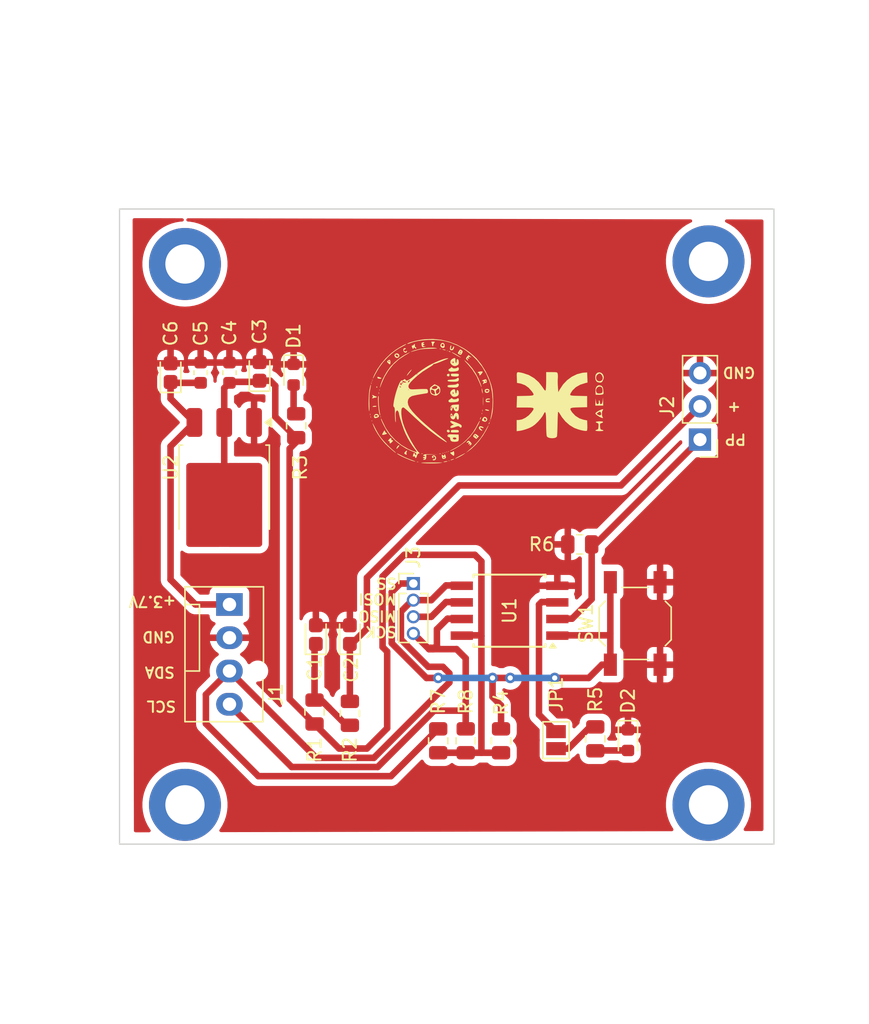
<source format=kicad_pcb>
(kicad_pcb (version 20241229) (generator "pcbnew") (generator_version "9.0")
  (layers (0 "F.Cu" signal) (2 "B.Cu" signal) (13 "F.Paste" user) (15 "B.Paste" user) (5 "F.SilkS" user "F.Silkscreen") (7 "B.SilkS" user "B.Silkscreen") (1 "F.Mask" user) (3 "B.Mask" user) (25 "Edge.Cuts" user))
  (net 0 "")
  (net 1 "Net-(C1-Pad1)")
  (net 2 "GND")
  (net 3 "Net-(J2-Pin_2)")
  (net 4 "Net-(D1-A)")
  (net 5 "Net-(D2-A)")
  (net 6 "VCC")
  (net 7 "/MOSI")
  (net 8 "/SCK")
  (net 9 "/PP")
  (net 10 "/SS")
  (net 11 "/MISO")
  (net 12 "Net-(JP1-A)")
  (net 13 "Net-(JP1-B)")
  (net 14 "+5V")
  (footprint "Capacitor_SMD:C_0603_1608Metric" (layer "F.Cu") (at 128.36 88.6 90)
    (property "Reference" "C5" (at 3 0 90) (layer "F.SilkS"))
    (property "Value" "100nF")
    (pad "1" smd roundrect (at -0.775 0 90) (size 0.9 0.95) (layers "F.Cu" "F.Mask" "F.Paste") (net 14 "+5V"))
    (pad "2" smd roundrect (at 0.775 0 90) (size 0.9 0.95) (layers "F.Cu" "F.Mask" "F.Paste") (net 2 "GND"))
  )
  (footprint "Resistor_SMD:R_0805_2012Metric" (layer "F.Cu") (at 139.76 114.6125 90)
    (property "Reference" "R2" (at -2.7875 0 90) (layer "F.SilkS"))
    (property "Value" "1.8k")
    (pad "1" smd roundrect (at -0.9125 0 90) (size 1.025 1.4) (layers "F.Cu" "F.Mask" "F.Paste") (roundrect_rratio 0.243902) (net 1 "Net-(C1-Pad1)"))
    (pad "2" smd roundrect (at 0.9125 0 90) (size 1.025 1.4) (layers "F.Cu" "F.Mask" "F.Paste") (roundrect_rratio 0.243902) (net 3 "Net-(J2-Pin_2)"))
  )
  (footprint "Capacitor_Tantalum_SMD:CP_EIA-1608-08_AVX-J" (layer "F.Cu") (at 139.76 108.6 90)
    (property "Reference" "C2" (at -2.7 0.1 90) (layer "F.SilkS"))
    (property "Value" "4.7u")
    (pad "1" smd roundrect (at -0.7125 0 90) (size 1.075 1.05) (layers "F.Cu" "F.Mask" "F.Paste") (roundrect_rratio 0.238095) (net 3 "Net-(J2-Pin_2)"))
    (pad "2" smd roundrect (at 0.7125 0 90) (size 1.075 1.05) (layers "F.Cu" "F.Mask" "F.Paste") (roundrect_rratio 0.238095) (net 2 "GND"))
  )
  (footprint "LED_SMD:LED_0603_1608Metric" (layer "F.Cu") (at 161.01 116.66 -90)
    (property "Reference" "D2" (at -3 0 90) (layer "F.SilkS"))
    (property "Value" "Test")
    (pad "1" smd roundrect (at -0.7875 0 270) (size 0.875 0.95) (layers "F.Cu" "F.Mask" "F.Paste") (net 2 "GND"))
    (pad "2" smd roundrect (at 0.7875 0 270) (size 0.875 0.95) (layers "F.Cu" "F.Mask" "F.Paste") (net 5 "Net-(D2-A)"))
  )
  (footprint "Connector_PinHeader_2.54mm:PinHeader_1x03_P2.54mm_Vertical" (layer "F.Cu") (at 166.51 93.71 180)
    (property "Reference" "J2" (at 2.5 2.5 90) (layer "F.SilkS"))
    (property "Value" "BG51")
    (pad "1" thru_hole rect (at 0 0 180) (size 1.7 1.7) (drill 1) (layers "*.Cu" "*.Mask") (net 9 "/PP"))
    (pad "2" thru_hole oval (at 0 2.54 180) (size 1.7 1.7) (drill 1) (layers "*.Cu" "*.Mask") (net 3 "Net-(J2-Pin_2)"))
    (pad "3" thru_hole oval (at 0 5.08 180) (size 1.7 1.7) (drill 1) (layers "*.Cu" "*.Mask") (net 2 "GND"))
  )
  (footprint "Button_Switch_SMD:SW_SPST_TL3342" (layer "F.Cu") (at 161.56 107.75 90)
    (property "Reference" "SW1" (at 0 -3.75 90) (layer "F.SilkS"))
    (property "Value" "Reset")
    (pad "1" smd rect (at -3.15 -1.9 90) (size 1.7 1) (layers "F.Cu" "F.Mask" "F.Paste") (net 10 "/SS"))
    (pad "1" smd rect (at 3.15 -1.9 90) (size 1.7 1) (layers "F.Cu" "F.Mask" "F.Paste") (net 10 "/SS"))
    (pad "2" smd rect (at -3.15 1.9 90) (size 1.7 1) (layers "F.Cu" "F.Mask" "F.Paste") (net 2 "GND"))
    (pad "2" smd rect (at 3.15 1.9 90) (size 1.7 1) (layers "F.Cu" "F.Mask" "F.Paste") (net 2 "GND"))
  )
  (footprint "Resistor_SMD:R_0805_2012Metric" (layer "F.Cu") (at 146.51 116.71 90)
    (property "Reference" "R7" (at 3 0 90) (layer "F.SilkS"))
    (property "Value" "4.7k")
    (pad "1" smd roundrect (at -0.9125 0 90) (size 1.025 1.4) (layers "F.Cu" "F.Mask" "F.Paste") (roundrect_rratio 0.243902) (net 6 "VCC"))
    (pad "2" smd roundrect (at 0.9125 0 90) (size 1.025 1.4) (layers "F.Cu" "F.Mask" "F.Paste") (roundrect_rratio 0.243902) (net 7 "/MOSI"))
  )
  (footprint "Capacitor_Tantalum_SMD:CP_EIA-1608-08_AVX-J" (layer "F.Cu") (at 137.16 108.6 90)
    (property "Reference" "C1" (at -2.6 -0.1 90) (layer "F.SilkS"))
    (property "Value" "4.7u")
    (pad "1" smd roundrect (at -0.7125 0 90) (size 1.075 1.05) (layers "F.Cu" "F.Mask" "F.Paste") (roundrect_rratio 0.238095) (net 1 "Net-(C1-Pad1)"))
    (pad "2" smd roundrect (at 0.7125 0 90) (size 1.075 1.05) (layers "F.Cu" "F.Mask" "F.Paste") (roundrect_rratio 0.238095) (net 2 "GND"))
  )
  (footprint "Capacitor_Tantalum_SMD:CP_EIA-1608-08_AVX-J" (layer "F.Cu") (at 126.06 88.6 90)
    (property "Reference" "C6" (at 3 0 90) (layer "F.SilkS"))
    (property "Value" "10uF")
    (pad "1" smd roundrect (at -0.7125 0 90) (size 1.075 1.05) (layers "F.Cu" "F.Mask" "F.Paste") (roundrect_rratio 0.238095) (net 14 "+5V"))
    (pad "2" smd roundrect (at 0.7125 0 90) (size 1.075 1.05) (layers "F.Cu" "F.Mask" "F.Paste") (roundrect_rratio 0.238095) (net 2 "GND"))
  )
  (footprint "Resistor_SMD:R_0805_2012Metric" (layer "F.Cu") (at 151.31 116.71 90)
    (property "Reference" "R4" (at 2.9125 0 90) (layer "F.SilkS"))
    (property "Value" "4.7k")
    (pad "1" smd roundrect (at -0.9125 0 90) (size 1.025 1.4) (layers "F.Cu" "F.Mask" "F.Paste") (roundrect_rratio 0.243902) (net 6 "VCC"))
    (pad "2" smd roundrect (at 0.9125 0 90) (size 1.025 1.4) (layers "F.Cu" "F.Mask" "F.Paste") (roundrect_rratio 0.243902) (net 10 "/SS"))
  )
  (footprint "Package_TO_SOT_SMD:TO-252-3_TabPin2" (layer "F.Cu") (at 130.16 97.44 -90)
    (property "Reference" "U2" (at -1.59 4.1 90) (layer "F.SilkS"))
    (property "Value" "LM1117DT-3.3")
    (pad "1" smd roundrect (at -5.04 -2.28 270) (size 2.2 1.2) (layers "F.Cu" "F.Mask" "F.Paste") (roundrect_rratio 0.208333) (net 2 "GND"))
    (pad "2" smd roundrect (at -5.04 0 270) (size 2.2 1.2) (layers "F.Cu" "F.Mask" "F.Paste") (roundrect_rratio 0.208333) (net 6 "VCC"))
    (pad "2" smd roundrect (at -0.415 -1.525 270) (size 3.05 2.75) (layers "F.Cu" "F.Paste") (roundrect_rratio 0.090909) (net 6 "VCC"))
    (pad "2" smd roundrect (at -0.415 1.525 270) (size 3.05 2.75) (layers "F.Cu" "F.Paste") (roundrect_rratio 0.090909) (net 6 "VCC"))
    (pad "2" smd roundrect (at 1.26 0 270) (size 6.4 5.8) (layers "F.Cu" "F.Mask") (roundrect_rratio 0.043103) (net 6 "VCC"))
    (pad "2" smd roundrect (at 2.935 -1.525 270) (size 3.05 2.75) (layers "F.Cu" "F.Paste") (roundrect_rratio 0.090909) (net 6 "VCC"))
    (pad "2" smd roundrect (at 2.935 1.525 270) (size 3.05 2.75) (layers "F.Cu" "F.Paste") (roundrect_rratio 0.090909) (net 6 "VCC"))
    (pad "3" smd roundrect (at -5.04 2.28 270) (size 2.2 1.2) (layers "F.Cu" "F.Mask" "F.Paste") (roundrect_rratio 0.208333) (net 14 "+5V"))
  )
  (footprint "image:utn" (layer "F.Cu") (at 155.81 90.81 90)
    (property "Reference" "G***" (hide yes))
    (property "Value" "LOGO" (hide yes))
  )
  (footprint "MountingHole:MountingHole_3.2mm_M3_ISO14580_Pad" (layer "F.Cu") (at 127.16 121.6 90)
    (property "Reference" "REF**" (hide yes))
    (property "Value" "MountingHole_3.2mm_M3_ISO14580_Pad")
    (pad "1" thru_hole circle (at 0 0 90) (size 5.5 5.5) (drill 3) (layers "*.Cu" "*.Mask"))
  )
  (footprint "" (layer "F.Cu") (at 167.16 121.6 90)
    (property "Reference" "" (at 0 0 90) (layer "F.SilkS") (effects (font (size 1.27 1.27))))
    (property "Value" "")
    (pad "1" thru_hole circle (at 0 0 90) (size 5.5 5.5) (drill 3) (layers "*.Cu" "*.Mask"))
  )
  (footprint "Connector_PinHeader_1.27mm:PinHeader_1x04_P1.27mm_Vertical" (layer "F.Cu") (at 144.61 104.7)
    (property "Reference" "J3" (at 0 -2 90) (layer "F.SilkS"))
    (property "Value" "DEBUG")
    (pad "1" thru_hole rect (at 0 0) (size 1 1) (drill 0.65) (layers "*.Cu" "*.Mask") (net 10 "/SS"))
    (pad "2" thru_hole oval (at 0 1.27) (size 1 1) (drill 0.65) (layers "*.Cu" "*.Mask") (net 7 "/MOSI"))
    (pad "3" thru_hole oval (at 0 2.54) (size 1 1) (drill 0.65) (layers "*.Cu" "*.Mask") (net 11 "/MISO"))
    (pad "4" thru_hole oval (at 0 3.81) (size 1 1) (drill 0.65) (layers "*.Cu" "*.Mask") (net 8 "/SCK"))
  )
  (footprint "Resistor_SMD:R_0805_2012Metric" (layer "F.Cu") (at 148.61 116.71 90)
    (property "Reference" "R8" (at 3 0 90) (layer "F.SilkS"))
    (property "Value" "4.7k")
    (pad "1" smd roundrect (at -0.9125 0 90) (size 1.025 1.4) (layers "F.Cu" "F.Mask" "F.Paste") (roundrect_rratio 0.243902) (net 6 "VCC"))
    (pad "2" smd roundrect (at 0.9125 0 90) (size 1.025 1.4) (layers "F.Cu" "F.Mask" "F.Paste") (roundrect_rratio 0.243902) (net 8 "/SCK"))
  )
  (footprint "Capacitor_Tantalum_SMD:CP_EIA-1608-08_AVX-J" (layer "F.Cu") (at 132.86 88.5 90)
    (property "Reference" "C3" (at 3.04 0 90) (layer "F.SilkS"))
    (property "Value" "10uF")
    (pad "1" smd roundrect (at -0.7125 0 90) (size 1.075 1.05) (layers "F.Cu" "F.Mask" "F.Paste") (roundrect_rratio 0.238095) (net 6 "VCC"))
    (pad "2" smd roundrect (at 0.7125 0 90) (size 1.075 1.05) (layers "F.Cu" "F.Mask" "F.Paste") (roundrect_rratio 0.238095) (net 2 "GND"))
  )
  (footprint "Resistor_SMD:R_0805_2012Metric" (layer "F.Cu") (at 135.66 92.65 90)
    (property "Reference" "R3" (at -3.2 0.3 90) (layer "F.SilkS"))
    (property "Value" "220")
    (pad "1" smd roundrect (at -0.9125 0 90) (size 1.025 1.4) (layers "F.Cu" "F.Mask" "F.Paste") (roundrect_rratio 0.243902) (net 6 "VCC"))
    (pad "2" smd roundrect (at 0.9125 0 90) (size 1.025 1.4) (layers "F.Cu" "F.Mask" "F.Paste") (roundrect_rratio 0.243902) (net 4 "Net-(D1-A)"))
  )
  (footprint "" (layer "F.Cu") (at 127.16 80.3 90)
    (property "Reference" "" (at 0 0 90) (layer "F.SilkS") (effects (font (size 1.27 1.27))))
    (property "Value" "")
    (pad "1" thru_hole circle (at 0 0 90) (size 5.5 5.5) (drill 3) (layers "*.Cu" "*.Mask"))
  )
  (footprint "Resistor_SMD:R_0805_2012Metric" (layer "F.Cu") (at 157.3225 101.71 180)
    (property "Reference" "R6" (at 2.9125 0 0) (layer "F.SilkS"))
    (property "Value" "10k")
    (pad "1" smd roundrect (at -0.9125 0 180) (size 1.025 1.4) (layers "F.Cu" "F.Mask" "F.Paste") (roundrect_rratio 0.243902) (net 9 "/PP"))
    (pad "2" smd roundrect (at 0.9125 0 180) (size 1.025 1.4) (layers "F.Cu" "F.Mask" "F.Paste") (roundrect_rratio 0.243902) (net 2 "GND"))
  )
  (footprint "Capacitor_SMD:C_0603_1608Metric" (layer "F.Cu") (at 130.56 88.6 90)
    (property "Reference" "C4" (at 3.04 0 90) (layer "F.SilkS"))
    (property "Value" "100nF")
    (pad "1" smd roundrect (at -0.775 0 90) (size 0.9 0.95) (layers "F.Cu" "F.Mask" "F.Paste") (net 6 "VCC"))
    (pad "2" smd roundrect (at 0.775 0 90) (size 0.9 0.95) (layers "F.Cu" "F.Mask" "F.Paste") (net 2 "GND"))
  )
  (footprint "Jumper:SolderJumper-2_P1.3mm_Open_Pad1.0x1.5mm" (layer "F.Cu") (at 155.51 116.66 90)
    (property "Reference" "JP1" (at 3.5 0 90) (layer "F.SilkS"))
    (property "Value" "SolderJumper_2_Open")
    (pad "1" smd rect (at -0.65 0 90) (size 1 1.5) (layers "F.Cu" "F.Mask" "F.Paste") (net 12 "Net-(JP1-A)"))
    (pad "2" smd rect (at 0.65 0 90) (size 1 1.5) (layers "F.Cu" "F.Mask" "F.Paste") (net 13 "Net-(JP1-B)"))
  )
  (footprint "LED_SMD:LED_0603_1608Metric" (layer "F.Cu") (at 135.46 88.75 -90)
    (property "Reference" "D1" (at -2.95 0 90) (layer "F.SilkS"))
    (property "Value" "PW")
    (pad "1" smd roundrect (at -0.7875 0 270) (size 0.875 0.95) (layers "F.Cu" "F.Mask" "F.Paste") (net 2 "GND"))
    (pad "2" smd roundrect (at 0.7875 0 270) (size 0.875 0.95) (layers "F.Cu" "F.Mask" "F.Paste") (net 4 "Net-(D1-A)"))
  )
  (footprint "Resistor_SMD:R_0805_2012Metric" (layer "F.Cu") (at 137.06 114.5125 90)
    (property "Reference" "R1" (at -2.8875 0 90) (layer "F.SilkS"))
    (property "Value" "1.8k")
    (pad "1" smd roundrect (at -0.9125 0 90) (size 1.025 1.4) (layers "F.Cu" "F.Mask" "F.Paste") (roundrect_rratio 0.243902) (net 6 "VCC"))
    (pad "2" smd roundrect (at 0.9125 0 90) (size 1.025 1.4) (layers "F.Cu" "F.Mask" "F.Paste") (roundrect_rratio 0.243902) (net 1 "Net-(C1-Pad1)"))
  )
  (footprint "image:diy" (layer "F.Cu") (at 153.51 63.01 90)
    (property "Reference" "G***" (hide yes))
    (property "Value" "LOGO" (hide yes))
  )
  (footprint "image:diy" (layer "F.Cu") (at 145.91 90.81 90)
    (property "Reference" "G***" (hide yes))
    (property "Value" "LOGO" (hide yes))
  )
  (footprint "Package_SO:SOIC-8W_5.3x5.3mm_P1.27mm" (layer "F.Cu") (at 151.96 106.775 180)
    (property "Reference" "U1" (at 0 0 90) (layer "F.SilkS"))
    (property "Value" "ATtiny85-20S")
    (pad "1" smd rect (at -3.65 -1.905 180) (size 1.7 0.65) (layers "F.Cu" "F.Mask" "F.Paste") (net 10 "/SS"))
    (pad "2" smd rect (at -3.65 -0.635 180) (size 1.7 0.65) (layers "F.Cu" "F.Mask" "F.Paste") (net 9 "/PP"))
    (pad "3" smd rect (at -3.65 0.635 180) (size 1.7 0.65) (layers "F.Cu" "F.Mask" "F.Paste") (net 13 "Net-(JP1-B)"))
    (pad "4" smd rect (at -3.65 1.905 180) (size 1.7 0.65) (layers "F.Cu" "F.Mask" "F.Paste") (net 2 "GND"))
    (pad "5" smd rect (at 3.65 1.905 180) (size 1.7 0.65) (layers "F.Cu" "F.Mask" "F.Paste") (net 7 "/MOSI"))
    (pad "6" smd rect (at 3.65 0.635 180) (size 1.7 0.65) (layers "F.Cu" "F.Mask" "F.Paste") (net 11 "/MISO"))
    (pad "7" smd rect (at 3.65 -0.635 180) (size 1.7 0.65) (layers "F.Cu" "F.Mask" "F.Paste") (net 8 "/SCK"))
    (pad "8" smd rect (at 3.65 -1.905 180) (size 1.7 0.65) (layers "F.Cu" "F.Mask" "F.Paste") (net 6 "VCC"))
  )
  (footprint "Connector:FanPinHeader_1x04_P2.54mm_Vertical" (layer "F.Cu") (at 130.56 106.3 -90)
    (property "Reference" "J1" (at 6.8725 -3.55 90) (layer "F.SilkS"))
    (property "Value" "CONN")
    (pad "" np_thru_hole circle (at 5.08 -2.16) (size 1.1 1.1) (drill 1.1) (layers "*.Cu" "*.Mask"))
    (pad "1" thru_hole rect (at 0 0) (size 2.03 1.73) (drill 1.02) (layers "*.Cu" "*.Mask") (net 14 "+5V"))
    (pad "2" thru_hole oval (at 2.54 0) (size 2.03 1.73) (drill 1.02) (layers "*.Cu" "*.Mask") (net 2 "GND"))
    (pad "3" thru_hole oval (at 5.08 0) (size 2.03 1.73) (drill 1.02) (layers "*.Cu" "*.Mask") (net 7 "/MOSI"))
    (pad "4" thru_hole oval (at 7.62 0) (size 2.03 1.73) (drill 1.02) (layers "*.Cu" "*.Mask") (net 8 "/SCK"))
  )
  (footprint "" (layer "F.Cu") (at 167.16 80.1 90)
    (property "Reference" "" (at 0 0 90) (layer "F.SilkS") (effects (font (size 1.27 1.27))))
    (property "Value" "")
    (pad "1" thru_hole circle (at 0 0 90) (size 5.5 5.5) (drill 3) (layers "*.Cu" "*.Mask"))
  )
  (footprint "Resistor_SMD:R_0805_2012Metric" (layer "F.Cu") (at 158.51 116.56 -90)
    (property "Reference" "R5" (at -3 0 90) (layer "F.SilkS"))
    (property "Value" "220")
    (pad "1" smd roundrect (at -0.9125 0 270) (size 1.025 1.4) (layers "F.Cu" "F.Mask" "F.Paste") (roundrect_rratio 0.243902) (net 12 "Net-(JP1-A)"))
    (pad "2" smd roundrect (at 0.9125 0 270) (size 1.025 1.4) (layers "F.Cu" "F.Mask" "F.Paste") (roundrect_rratio 0.243902) (net 5 "Net-(D2-A)"))
  )
  (gr_rect (start 122.16 76.1) (end 172.16 124.6) (stroke (width 0.1)) (fill no) (layer "Edge.Cuts"))
  (gr_text "MOSI" (at 143.41 105.41 180) (layer "F.SilkS") (effects (font (size 0.8 0.8) (thickness 0.15) (bold yes)) (justify left bottom)))
  (gr_text "+" (at 169.71 90.81 180) (layer "F.SilkS") (effects (font (size 0.8 0.8) (thickness 0.15) (bold yes)) (justify left bottom)))
  (gr_text "GND" (at 170.81 88.11 180) (layer "F.SilkS") (effects (font (size 0.8 0.8) (thickness 0.15) (bold yes)) (justify left bottom)))
  (gr_text "SS" (at 143.41 104.21 180) (layer "F.SilkS") (effects (font (size 0.8 0.8) (thickness 0.15) (bold yes)) (justify left bottom)))
  (gr_text "MISO" (at 143.41 106.71 180) (layer "F.SilkS") (effects (font (size 0.8 0.8) (thickness 0.15) (bold yes)) (justify left bottom)))
  (gr_text "+3.7V" (at 126.56 105.6 180) (layer "F.SilkS") (effects (font (size 0.8 0.8) (thickness 0.15) (bold yes)) (justify left bottom)))
  (gr_text "SDA" (at 126.46 111 180) (layer "F.SilkS") (effects (font (size 0.8 0.8) (thickness 0.15) (bold yes)) (justify left bottom)))
  (gr_text "GND" (at 126.46 108.3 180) (layer "F.SilkS") (effects (font (size 0.8 0.8) (thickness 0.15) (bold yes)) (justify left bottom)))
  (gr_text "SCK" (at 143.41 107.91 180) (layer "F.SilkS") (effects (font (size 0.8 0.8) (thickness 0.15) (bold yes)) (justify left bottom)))
  (gr_text "SCL" (at 126.56 113.6 180) (layer "F.SilkS") (effects (font (size 0.8 0.8) (thickness 0.15) (bold yes)) (justify left bottom)))
  (gr_text "PP" (at 170.11 93.21 180) (layer "F.SilkS") (effects (font (size 0.8 0.8) (thickness 0.15) (bold yes)) (justify left bottom)))
  (segment (start 139.66 115.5125) (end 139.485 115.5125) (width 0.5) (layer "F.Cu") (net 1))
  (segment (start 138.16625 114.19375) (end 137.66 113.6875) (width 0.5) (layer "F.Cu") (net 1))
  (segment (start 139.485 115.5125) (end 138.16625 114.19375) (width 0.5) (layer "F.Cu") (net 1))
  (segment (start 137.5725 113.6) (end 137.06 113.6) (width 0.5) (layer "F.Cu") (net 1))
  (segment (start 138.16625 114.19375) (end 137.5725 113.6) (width 0.5) (layer "F.Cu") (net 1))
  (segment (start 137.06 109.4125) (end 137.16 109.3125) (width 0.5) (layer "F.Cu") (net 1))
  (segment (start 137.06 113.6) (end 137.06 109.4125) (width 0.5) (layer "F.Cu") (net 1))
  (segment (start 139.894378 109.3125) (end 141.06 108.146878) (width 0.5) (layer "F.Cu") (net 3))
  (segment (start 144.21 101.11) (end 141.81 103.51) (width 0.5) (layer "F.Cu") (net 3))
  (segment (start 148.11 97.21) (end 144.01 101.31) (width 0.5) (layer "F.Cu") (net 3))
  (segment (start 166.51 91.17) (end 160.47 97.21) (width 0.5) (layer "F.Cu") (net 3))
  (segment (start 139.76 109.5125) (end 139.96 109.3125) (width 0.5) (layer "F.Cu") (net 3))
  (segment (start 141.06 108.146878) (end 141.06 104.26) (width 0.5) (layer "F.Cu") (net 3))
  (segment (start 139.76 113.7) (end 139.76 109.5125) (width 0.5) (layer "F.Cu") (net 3))
  (segment (start 160.47 97.21) (end 148.11 97.21) (width 0.5) (layer "F.Cu") (net 3))
  (segment (start 139.76 109.3125) (end 139.894378 109.3125) (width 0.5) (layer "F.Cu") (net 3))
  (segment (start 139.66 109.6125) (end 139.96 109.3125) (width 0.5) (layer "F.Cu") (net 3))
  (segment (start 141.06 104.26) (end 141.81 103.51) (width 0.5) (layer "F.Cu") (net 3))
  (segment (start 135.46 91.5375) (end 135.66 91.7375) (width 0.5) (layer "F.Cu") (net 4))
  (segment (start 135.46 89.5375) (end 135.46 91.5375) (width 0.5) (layer "F.Cu") (net 4))
  (segment (start 161.01 117.4475) (end 158.135 117.4475) (width 0.5) (layer "F.Cu") (net 5))
  (segment (start 158.135 117.4475) (end 158.11 117.4725) (width 0.5) (layer "F.Cu") (net 5))
  (segment (start 132.86 89.2125) (end 132.7725 89.3) (width 0.5) (layer "F.Cu") (net 6))
  (segment (start 130.635 89.3) (end 130.56 89.375) (width 0.5) (layer "F.Cu") (net 6))
  (segment (start 141.06 117.3) (end 138.935 117.3) (width 0.5) (layer "F.Cu") (net 6))
  (segment (start 135.16 113.525) (end 137.06 115.425) (width 0.5) (layer "F.Cu") (net 6))
  (segment (start 130.16 92.4) (end 130.16 98.7) (width 0.5) (layer "F.Cu") (net 6))
  (segment (start 148.61 117.6225) (end 147.1225 117.6225) (width 0.5) (layer "F.Cu") (net 6))
  (segment (start 135.66 93.5625) (end 135.66 93.9) (width 0.5) (layer "F.Cu") (net 6))
  (segment (start 146.51 117.6225) (end 147.1225 117.6225) (width 0.5) (layer "F.Cu") (net 6))
  (segment (start 149.81 108.71) (end 149.81 103.01) (width 0.5) (layer "F.Cu") (net 6))
  (segment (start 130.56 89.375) (end 130.16 89.775) (width 0.5) (layer "F.Cu") (net 6))
  (segment (start 149.81 103.01) (end 149.31 102.51) (width 0.5) (layer "F.Cu") (net 6))
  (segment (start 147.91 108.655) (end 149.755 108.655) (width 0.5) (layer "F.Cu") (net 6))
  (segment (start 130.16 89.775) (end 130.16 92.4) (width 0.5) (layer "F.Cu") (net 6))
  (segment (start 142.26 104.16) (end 142.26 109.54995) (width 0.5) (layer "F.Cu") (net 6))
  (segment (start 143.91 102.51) (end 142.26 104.16) (width 0.5) (layer "F.Cu") (net 6))
  (segment (start 135.66 93.9) (end 135.16 94.4) (width 0.5) (layer "F.Cu") (net 6))
  (segment (start 149.81 117.6225) (end 149.81 108.71) (width 0.5) (layer "F.Cu") (net 6))
  (segment (start 142.61 115.75) (end 141.06 117.3) (width 0.5) (layer "F.Cu") (net 6))
  (segment (start 149.31 102.51) (end 143.91 102.51) (width 0.5) (layer "F.Cu") (net 6))
  (segment (start 142.26 109.54995) (end 142.61 109.89995) (width 0.5) (layer "F.Cu") (net 6))
  (segment (start 151.31 117.6225) (end 148.61 117.6225) (width 0.5) (layer "F.Cu") (net 6))
  (segment (start 132.7725 89.3) (end 130.635 89.3) (width 0.5) (layer "F.Cu") (net 6))
  (segment (start 134.06 89.6) (end 133.6725 89.2125) (width 0.5) (layer "F.Cu") (net 6))
  (segment (start 142.61 109.89995) (end 142.61 115.75) (width 0.5) (layer "F.Cu") (net 6))
  (segment (start 138.935 117.3) (end 137.06 115.425) (width 0.5) (layer "F.Cu") (net 6))
  (segment (start 149.755 108.655) (end 149.81 108.71) (width 0.5) (layer "F.Cu") (net 6))
  (segment (start 134.06 91.9625) (end 134.06 89.6) (width 0.5) (layer "F.Cu") (net 6))
  (segment (start 135.16 94.4) (end 135.16 113.525) (width 0.5) (layer "F.Cu") (net 6))
  (segment (start 133.6725 89.2125) (end 132.86 89.2125) (width 0.5) (layer "F.Cu") (net 6))
  (segment (start 135.66 93.5625) (end 134.06 91.9625) (width 0.5) (layer "F.Cu") (net 6))
  (segment (start 141.598172 118.01) (end 137.19 118.01) (width 0.5) (layer "F.Cu") (net 7))
  (segment (start 128.76 113.18) (end 128.76 115.4) (width 0.5) (layer "F.Cu") (net 7))
  (segment (start 145.74995 111.06) (end 146.862082 111.06) (width 0.5) (layer "F.Cu") (net 7))
  (segment (start 144.61 105.97) (end 145.98 105.97) (width 0.5) (layer "F.Cu") (net 7))
  (segment (start 143.66 108.97005) (end 145.74995 111.06) (width 0.5) (layer "F.Cu") (net 7))
  (segment (start 147.36 112.262082) (end 146.862082 112.76) (width 0.5) (layer "F.Cu") (net 7))
  (segment (start 147.105 104.845) (end 147.91 104.845) (width 0.5) (layer "F.Cu") (net 7))
  (segment (start 144.536497 105.97) (end 143.66 106.846497) (width 0.5) (layer "F.Cu") (net 7))
  (segment (start 147.36 111.557918) (end 147.36 112.262082) (width 0.5) (layer "F.Cu") (net 7))
  (segment (start 143.66 106.846497) (end 143.66 108.97005) (width 0.5) (layer "F.Cu") (net 7))
  (segment (start 137.19 118.01) (end 130.56 111.38) (width 0.5) (layer "F.Cu") (net 7))
  (segment (start 145.98 105.97) (end 147.105 104.845) (width 0.5) (layer "F.Cu") (net 7))
  (segment (start 142.8975 119.41) (end 146.51 115.7975) (width 0.5) (layer "F.Cu") (net 7))
  (segment (start 128.76 115.4) (end 132.77 119.41) (width 0.5) (layer "F.Cu") (net 7))
  (segment (start 130.56 111.38) (end 128.76 113.18) (width 0.5) (layer "F.Cu") (net 7))
  (segment (start 146.862082 112.76) (end 146.848172 112.76) (width 0.5) (layer "F.Cu") (net 7))
  (segment (start 131.129691 111.38) (end 130.56 111.38) (width 0.5) (layer "F.Cu") (net 7))
  (segment (start 132.77 119.41) (end 142.8975 119.41) (width 0.5) (layer "F.Cu") (net 7))
  (segment (start 144.61 105.97) (end 144.536497 105.97) (width 0.5) (layer "F.Cu") (net 7))
  (segment (start 146.848172 112.76) (end 141.598172 118.01) (width 0.5) (layer "F.Cu") (net 7))
  (segment (start 146.862082 111.06) (end 147.36 111.557918) (width 0.5) (layer "F.Cu") (net 7))
  (segment (start 148.61 115.7975) (end 148.61 114.41) (width 0.5) (layer "F.Cu") (net 8))
  (segment (start 147.91 109.71) (end 145.81 109.71) (width 0.5) (layer "F.Cu") (net 8))
  (segment (start 146.41 109.43) (end 146.23 109.61) (width 0.5) (layer "F.Cu") (net 8))
  (segment (start 147.91 107.385) (end 147.221447 107.385) (width 0.5) (layer "F.Cu") (net 8))
  (segment (start 130.56 113.96) (end 135.31 118.71) (width 0.5) (layer "F.Cu") (net 8))
  (segment (start 147.221447 107.385) (end 146.41 108.196447) (width 0.5) (layer "F.Cu") (net 8))
  (segment (start 130.56 113.92) (end 130.829871 113.650129) (width 0.5) (layer "F.Cu") (net 8))
  (segment (start 144.51 108.61) (end 144.61 108.51) (width 0.5) (layer "F.Cu") (net 8))
  (segment (start 145.81 109.71) (end 144.61 108.51) (width 0.5) (layer "F.Cu") (net 8))
  (segment (start 145.81 109.71) (end 145.91 109.61) (width 0.5) (layer "F.Cu") (net 8))
  (segment (start 146.13 109.71) (end 145.81 109.71) (width 0.5) (layer "F.Cu") (net 8))
  (segment (start 146.188122 114.41) (end 148.61 114.41) (width 0.5) (layer "F.Cu") (net 8))
  (segment (start 148.61 114.41) (end 148.61 110.41) (width 0.5) (layer "F.Cu") (net 8))
  (segment (start 141.888122 118.71) (end 146.188122 114.41) (width 0.5) (layer "F.Cu") (net 8))
  (segment (start 146.41 108.196447) (end 146.41 109.43) (width 0.5) (layer "F.Cu") (net 8))
  (segment (start 148.61 110.41) (end 147.91 109.71) (width 0.5) (layer "F.Cu") (net 8))
  (segment (start 130.56 113.92) (end 130.56 113.96) (width 0.5) (layer "F.Cu") (net 8))
  (segment (start 146.23 109.61) (end 146.13 109.71) (width 0.5) (layer "F.Cu") (net 8))
  (segment (start 145.91 109.61) (end 146.23 109.61) (width 0.5) (layer "F.Cu") (net 8))
  (segment (start 135.31 118.71) (end 141.888122 118.71) (width 0.5) (layer "F.Cu") (net 8))
  (segment (start 155.21 107.385) (end 156.735 107.385) (width 0.5) (layer "F.Cu") (net 9))
  (segment (start 166.5975 93.7975) (end 166.51 93.71) (width 0.5) (layer "F.Cu") (net 9))
  (segment (start 156.735 107.385) (end 158.235 105.885) (width 0.5) (layer "F.Cu") (net 9))
  (segment (start 158.235 105.885) (end 158.235 101.71) (width 0.5) (layer "F.Cu") (net 9))
  (segment (start 158.51 101.71) (end 158.235 101.71) (width 0.5) (layer "F.Cu") (net 9))
  (segment (start 166.51 93.71) (end 158.51 101.71) (width 0.5) (layer "F.Cu") (net 9))
  (segment (start 144.61 104.7) (end 143.61 104.7) (width 0.5) (layer "F.Cu") (net 10))
  (segment (start 159.66 108.51) (end 159.66 110.9) (width 0.5) (layer "F.Cu") (net 10))
  (segment (start 143.61 104.7) (end 142.96 105.35) (width 0.5) (layer "F.Cu") (net 10))
  (segment (start 150.66 113.36) (end 151.31 114.01) (width 0.5) (layer "F.Cu") (net 10))
  (segment (start 150.66 111.91) (end 152.01 111.91) (width 0.5) (layer "F.Cu") (net 10))
  (segment (start 155.21 108.655) (end 159.515 108.655) (width 0.5) (layer "F.Cu") (net 10))
  (segment (start 159.66 104.6) (end 159.66 108.51) (width 0.5) (layer "F.Cu") (net 10))
  (segment (start 142.96 105.35) (end 142.96 109.26) (width 0.5) (layer "F.Cu") (net 10))
  (segment (start 155.41 111.91) (end 158.01 111.91) (width 0.5) (layer "F.Cu") (net 10))
  (segment (start 142.96 109.26) (end 145.61 111.91) (width 0.5) (layer "F.Cu") (net 10))
  (segment (start 145.61 111.91) (end 146.51 111.91) (width 0.5) (layer "F.Cu") (net 10))
  (segment (start 151.31 114.01) (end 151.31 115.7975) (width 0.5) (layer "F.Cu") (net 10))
  (segment (start 159.515 108.655) (end 159.66 108.51) (width 0.5) (layer "F.Cu") (net 10))
  (segment (start 158.01 111.91) (end 159.02 110.9) (width 0.5) (layer "F.Cu") (net 10))
  (segment (start 150.66 111.91) (end 150.66 113.36) (width 0.5) (layer "F.Cu") (net 10))
  (segment (start 159.02 110.9) (end 159.66 110.9) (width 0.5) (layer "F.Cu") (net 10))
  (via (at 155.41 111.91) (size 0.8) (drill 0.4) (layers "F.Cu" "B.Cu") (net 10))
  (via (at 152.01 111.91) (size 0.8) (drill 0.4) (layers "F.Cu" "B.Cu") (net 10))
  (via (at 150.66 111.91) (size 0.8) (drill 0.4) (layers "F.Cu" "B.Cu") (net 10))
  (via (at 146.51 111.91) (size 0.8) (drill 0.4) (layers "F.Cu" "B.Cu") (net 10))
  (segment (start 155.41 111.91) (end 152.01 111.91) (width 0.5) (layer "B.Cu") (net 10))
  (segment (start 146.51 111.91) (end 150.66 111.91) (width 0.5) (layer "B.Cu") (net 10))
  (segment (start 144.61 107.24) (end 145.98 107.24) (width 0.5) (layer "F.Cu") (net 11))
  (segment (start 147.105 106.115) (end 147.91 106.115) (width 0.5) (layer "F.Cu") (net 11))
  (segment (start 145.98 107.24) (end 147.105 106.115) (width 0.5) (layer "F.Cu") (net 11))
  (segment (start 158.11 115.6475) (end 156.4475 117.31) (width 0.5) (layer "F.Cu") (net 12))
  (segment (start 156.4475 117.31) (end 155.51 117.31) (width 0.5) (layer "F.Cu") (net 12))
  (segment (start 155.21 106.115) (end 154.405 106.115) (width 0.5) (layer "F.Cu") (net 13))
  (segment (start 154.21 114.71) (end 155.51 116.01) (width 0.5) (layer "F.Cu") (net 13))
  (segment (start 154.21 106.31) (end 154.21 114.71) (width 0.5) (layer "F.Cu") (net 13))
  (segment (start 154.405 106.115) (end 154.21 106.31) (width 0.5) (layer "F.Cu") (net 13))
  (segment (start 126.06 94.22) (end 127.88 92.4) (width 0.5) (layer "F.Cu") (net 14))
  (segment (start 127.96 106.3) (end 126.06 104.4) (width 0.5) (layer "F.Cu") (net 14))
  (segment (start 130.56 106.3) (end 127.96 106.3) (width 0.5) (layer "F.Cu") (net 14))
  (segment (start 126.1225 89.375) (end 128.36 89.375) (width 0.5) (layer "F.Cu") (net 14))
  (segment (start 126.06 104.4) (end 126.06 94.22) (width 0.5) (layer "F.Cu") (net 14))
  (segment (start 127.88 92.4) (end 126.06 90.58) (width 0.5) (layer "F.Cu") (net 14))
  (segment (start 126.06 90.58) (end 126.06 89.3125) (width 0.5) (layer "F.Cu") (net 14))
  (segment (start 126.06 89.3125) (end 126.1225 89.375) (width 0.5) (layer "F.Cu") (net 14))
  (zone (net 2) (net_name "GND") (layer "F.Cu") (connect_pads (clearance 0.5)) (min_thickness 0.25) (fill yes (thermal_gap 0.5) (thermal_bridge_width 0.5))
    (polygon (pts (xy 123.26 123.7) (xy 123.16 76.8) (xy 171.36 76.9) (xy 171.36 123.6)))
  )
)
</source>
